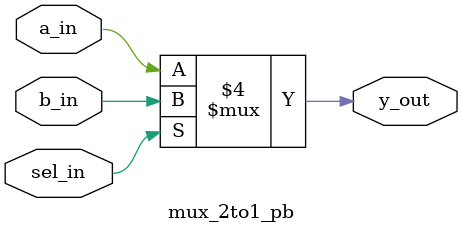
<source format=v>
`timescale 1ns / 1ps


module mux_2to1_pb(
    input a_in,
    input b_in,
    input sel_in,
    output reg y_out
    );
    
always@(a_in,b_in,sel_in)
begin
    if(sel_in == 1'b1)
        y_out = b_in;
    else
        y_out = a_in;
end
endmodule

</source>
